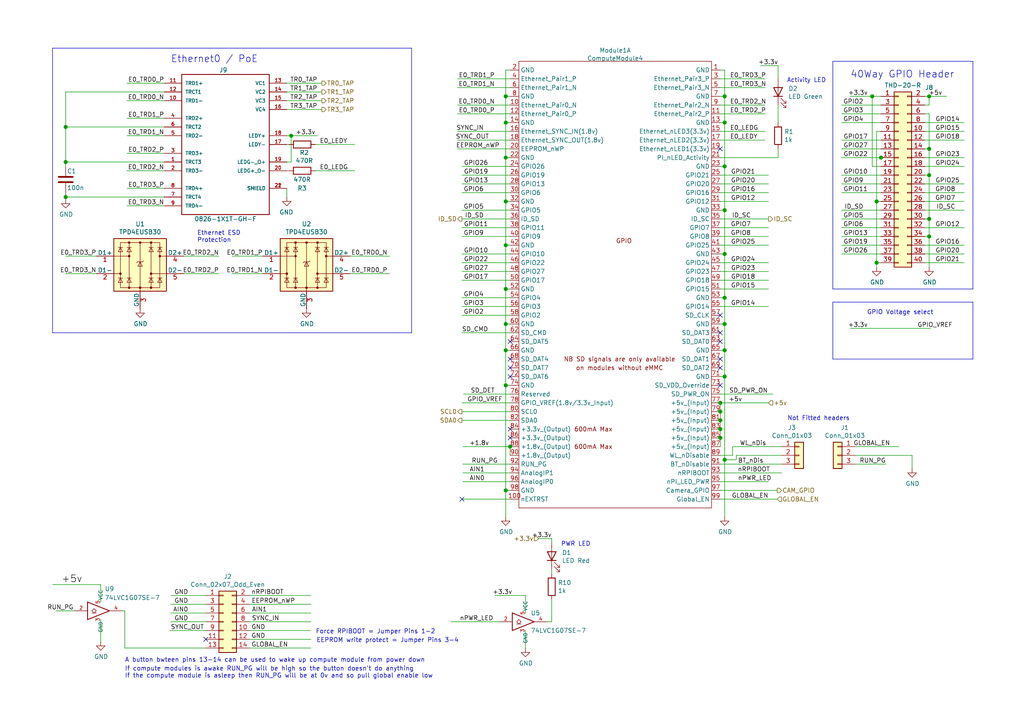
<source format=kicad_sch>
(kicad_sch (version 20201015) (generator eeschema)
  (page 1 8)
  (paper "A4")
  (title_block (title "AP3000v3") (date "2020-10-27") (rev "1") (company "(c) ISis ImageStream Internet Solutions 2020") (comment 1 "www.imagestream.com"))
  (junction (at 19.05 36.83) (diameter 1.016))
  (junction (at 19.05 46.99) (diameter 1.016))
  (junction (at 19.05 57.15) (diameter 1.016))
  (junction (at 84.455 39.37) (diameter 1.016))
  (junction (at 146.685 27.94) (diameter 1.016))
  (junction (at 146.685 35.56) (diameter 1.016))
  (junction (at 146.685 45.72) (diameter 1.016))
  (junction (at 146.685 58.42) (diameter 1.016))
  (junction (at 146.685 71.12) (diameter 1.016))
  (junction (at 146.685 83.82) (diameter 1.016))
  (junction (at 146.685 93.98) (diameter 1.016))
  (junction (at 146.685 101.6) (diameter 1.016))
  (junction (at 146.685 111.76) (diameter 1.016))
  (junction (at 146.685 142.24) (diameter 1.016))
  (junction (at 147.955 129.54) (diameter 1.016))
  (junction (at 208.915 116.84) (diameter 1.016))
  (junction (at 208.915 119.38) (diameter 1.016))
  (junction (at 208.915 121.92) (diameter 1.016))
  (junction (at 208.915 124.46) (diameter 1.016))
  (junction (at 208.915 127) (diameter 1.016))
  (junction (at 210.185 27.94) (diameter 1.016))
  (junction (at 210.185 35.56) (diameter 1.016))
  (junction (at 210.185 48.26) (diameter 1.016))
  (junction (at 210.185 60.96) (diameter 1.016))
  (junction (at 210.185 73.66) (diameter 1.016))
  (junction (at 210.185 86.36) (diameter 1.016))
  (junction (at 210.185 93.98) (diameter 1.016))
  (junction (at 210.185 101.6) (diameter 1.016))
  (junction (at 210.185 109.22) (diameter 1.016))
  (junction (at 210.185 133.35) (diameter 1.016))
  (junction (at 252.984 27.94) (diameter 1.016))
  (junction (at 254.254 58.42) (diameter 1.016))
  (junction (at 254.254 76.2) (diameter 1.016))
  (junction (at 255.524 45.72) (diameter 1.016))
  (junction (at 269.494 27.94) (diameter 1.016))
  (junction (at 269.494 43.18) (diameter 1.016))
  (junction (at 269.494 50.8) (diameter 1.016))
  (junction (at 269.494 63.5) (diameter 1.016))
  (junction (at 269.494 68.58) (diameter 1.016))
  (no_connect (at 208.915 106.68))
  (no_connect (at 147.955 124.46))
  (no_connect (at 208.915 96.52))
  (no_connect (at 208.915 104.14))
  (no_connect (at 208.915 111.76))
  (no_connect (at 59.69 185.42))
  (no_connect (at 147.955 106.68))
  (no_connect (at 133.985 144.78))
  (no_connect (at 147.955 104.14))
  (no_connect (at 147.955 99.06))
  (no_connect (at 208.915 43.18))
  (no_connect (at 208.915 91.44))
  (no_connect (at 208.915 99.06))
  (no_connect (at 147.955 109.22))
  (no_connect (at 147.955 127))
  (wire (pts (xy 15.24 169.545) (xy 29.21 169.545)))
  (wire (pts (xy 16.256 177.165) (xy 21.59 177.165)))
  (wire (pts (xy 19.05 26.67) (xy 19.05 36.83)))
  (wire (pts (xy 19.05 26.67) (xy 47.625 26.67)))
  (wire (pts (xy 19.05 36.83) (xy 19.05 46.99)))
  (wire (pts (xy 19.05 36.83) (xy 47.625 36.83)))
  (wire (pts (xy 19.05 46.99) (xy 19.05 48.26)))
  (wire (pts (xy 19.05 46.99) (xy 47.625 46.99)))
  (wire (pts (xy 19.05 55.88) (xy 19.05 57.15)))
  (wire (pts (xy 19.05 57.15) (xy 19.05 57.785)))
  (wire (pts (xy 19.05 57.15) (xy 47.625 57.15)))
  (wire (pts (xy 19.05 74.295) (xy 27.94 74.295)))
  (wire (pts (xy 19.05 79.375) (xy 27.94 79.375)))
  (wire (pts (xy 29.21 169.545) (xy 29.21 174.625)))
  (wire (pts (xy 29.21 179.705) (xy 29.21 186.055)))
  (wire (pts (xy 35.56 177.165) (xy 36.195 177.165)))
  (wire (pts (xy 36.195 177.165) (xy 36.195 187.96)))
  (wire (pts (xy 36.195 187.96) (xy 59.69 187.96)))
  (wire (pts (xy 36.83 24.13) (xy 47.625 24.13)))
  (wire (pts (xy 36.83 29.21) (xy 47.625 29.21)))
  (wire (pts (xy 36.83 34.29) (xy 47.625 34.29)))
  (wire (pts (xy 36.83 39.37) (xy 47.625 39.37)))
  (wire (pts (xy 36.83 44.45) (xy 47.625 44.45)))
  (wire (pts (xy 36.83 49.53) (xy 47.625 49.53)))
  (wire (pts (xy 36.83 54.61) (xy 47.625 54.61)))
  (wire (pts (xy 36.83 59.69) (xy 47.625 59.69)))
  (wire (pts (xy 49.276 182.88) (xy 59.69 182.88)))
  (wire (pts (xy 49.53 172.72) (xy 59.69 172.72)))
  (wire (pts (xy 49.53 175.26) (xy 59.69 175.26)))
  (wire (pts (xy 49.53 177.8) (xy 59.69 177.8)))
  (wire (pts (xy 49.53 180.34) (xy 59.69 180.34)))
  (wire (pts (xy 53.34 74.295) (xy 63.5 74.295)))
  (wire (pts (xy 53.34 79.375) (xy 63.5 79.375)))
  (wire (pts (xy 67.31 74.295) (xy 76.2 74.295)))
  (wire (pts (xy 72.39 172.72) (xy 90.17 172.72)))
  (wire (pts (xy 72.39 175.26) (xy 90.17 175.26)))
  (wire (pts (xy 72.39 177.8) (xy 90.17 177.8)))
  (wire (pts (xy 72.39 180.34) (xy 90.17 180.34)))
  (wire (pts (xy 72.39 182.88) (xy 90.17 182.88)))
  (wire (pts (xy 72.39 185.42) (xy 90.17 185.42)))
  (wire (pts (xy 72.39 187.96) (xy 90.17 187.96)))
  (wire (pts (xy 76.2 79.375) (xy 67.31 79.375)))
  (wire (pts (xy 83.185 24.13) (xy 93.345 24.13)))
  (wire (pts (xy 83.185 26.67) (xy 93.345 26.67)))
  (wire (pts (xy 83.185 29.21) (xy 93.345 29.21)))
  (wire (pts (xy 83.185 31.75) (xy 93.345 31.75)))
  (wire (pts (xy 83.185 46.99) (xy 84.455 46.99)))
  (wire (pts (xy 83.185 54.61) (xy 83.185 57.15)))
  (wire (pts (xy 83.82 41.91) (xy 83.185 41.91)))
  (wire (pts (xy 83.82 49.53) (xy 83.185 49.53)))
  (wire (pts (xy 84.455 39.37) (xy 83.185 39.37)))
  (wire (pts (xy 84.455 46.99) (xy 84.455 39.37)))
  (wire (pts (xy 92.075 39.37) (xy 84.455 39.37)))
  (wire (pts (xy 101.6 74.295) (xy 113.03 74.295)))
  (wire (pts (xy 101.6 79.375) (xy 113.03 79.375)))
  (wire (pts (xy 102.87 41.91) (xy 91.44 41.91)))
  (wire (pts (xy 102.87 49.53) (xy 91.44 49.53)))
  (wire (pts (xy 130.81 180.34) (xy 144.78 180.34)))
  (wire (pts (xy 132.715 22.86) (xy 147.955 22.86)))
  (wire (pts (xy 132.715 25.4) (xy 147.955 25.4)))
  (wire (pts (xy 132.715 30.48) (xy 147.955 30.48)))
  (wire (pts (xy 132.715 33.02) (xy 147.955 33.02)))
  (wire (pts (xy 132.715 38.1) (xy 147.955 38.1)))
  (wire (pts (xy 132.715 40.64) (xy 147.955 40.64)))
  (wire (pts (xy 132.715 43.18) (xy 147.955 43.18)))
  (wire (pts (xy 133.985 48.26) (xy 147.955 48.26)))
  (wire (pts (xy 133.985 50.8) (xy 147.955 50.8)))
  (wire (pts (xy 133.985 53.34) (xy 147.955 53.34)))
  (wire (pts (xy 133.985 55.88) (xy 147.955 55.88)))
  (wire (pts (xy 133.985 60.96) (xy 147.955 60.96)))
  (wire (pts (xy 133.985 63.5) (xy 147.955 63.5)))
  (wire (pts (xy 133.985 66.04) (xy 147.955 66.04)))
  (wire (pts (xy 133.985 68.58) (xy 147.955 68.58)))
  (wire (pts (xy 133.985 73.66) (xy 147.955 73.66)))
  (wire (pts (xy 133.985 76.2) (xy 147.955 76.2)))
  (wire (pts (xy 133.985 78.74) (xy 147.955 78.74)))
  (wire (pts (xy 133.985 81.28) (xy 147.955 81.28)))
  (wire (pts (xy 133.985 86.36) (xy 147.955 86.36)))
  (wire (pts (xy 133.985 88.9) (xy 147.955 88.9)))
  (wire (pts (xy 133.985 91.44) (xy 147.955 91.44)))
  (wire (pts (xy 133.985 96.52) (xy 147.955 96.52)))
  (wire (pts (xy 133.985 116.84) (xy 147.955 116.84)))
  (wire (pts (xy 133.985 119.38) (xy 147.955 119.38)))
  (wire (pts (xy 133.985 121.92) (xy 147.955 121.92)))
  (wire (pts (xy 133.985 144.78) (xy 147.955 144.78)))
  (wire (pts (xy 134.239 129.54) (xy 147.955 129.54)))
  (wire (pts (xy 134.239 134.62) (xy 147.955 134.62)))
  (wire (pts (xy 134.239 137.16) (xy 147.955 137.16)))
  (wire (pts (xy 134.239 139.7) (xy 147.955 139.7)))
  (wire (pts (xy 134.4422 114.3) (xy 147.955 114.3)))
  (wire (pts (xy 146.685 20.32) (xy 146.685 27.94)))
  (wire (pts (xy 146.685 27.94) (xy 146.685 35.56)))
  (wire (pts (xy 146.685 35.56) (xy 146.685 45.72)))
  (wire (pts (xy 146.685 45.72) (xy 146.685 58.42)))
  (wire (pts (xy 146.685 45.72) (xy 147.955 45.72)))
  (wire (pts (xy 146.685 58.42) (xy 146.685 71.12)))
  (wire (pts (xy 146.685 58.42) (xy 147.955 58.42)))
  (wire (pts (xy 146.685 71.12) (xy 146.685 83.82)))
  (wire (pts (xy 146.685 71.12) (xy 147.955 71.12)))
  (wire (pts (xy 146.685 83.82) (xy 146.685 93.98)))
  (wire (pts (xy 146.685 83.82) (xy 147.955 83.82)))
  (wire (pts (xy 146.685 93.98) (xy 146.685 101.6)))
  (wire (pts (xy 146.685 93.98) (xy 147.955 93.98)))
  (wire (pts (xy 146.685 101.6) (xy 146.685 111.76)))
  (wire (pts (xy 146.685 101.6) (xy 147.955 101.6)))
  (wire (pts (xy 146.685 111.76) (xy 146.685 142.24)))
  (wire (pts (xy 146.685 111.76) (xy 147.955 111.76)))
  (wire (pts (xy 146.685 142.24) (xy 146.685 149.86)))
  (wire (pts (xy 147.955 20.32) (xy 146.685 20.32)))
  (wire (pts (xy 147.955 27.94) (xy 146.685 27.94)))
  (wire (pts (xy 147.955 35.56) (xy 146.685 35.56)))
  (wire (pts (xy 147.955 129.54) (xy 148.209 129.54)))
  (wire (pts (xy 147.955 132.08) (xy 147.955 129.54)))
  (wire (pts (xy 147.955 142.24) (xy 146.685 142.24)))
  (wire (pts (xy 152.4 172.72) (xy 143.51 172.72)))
  (wire (pts (xy 152.4 177.8) (xy 152.4 172.72)))
  (wire (pts (xy 152.4 182.88) (xy 152.4 187.96)))
  (wire (pts (xy 160.02 156.21) (xy 156.21 156.21)))
  (wire (pts (xy 160.02 157.48) (xy 160.02 156.21)))
  (wire (pts (xy 160.02 165.1) (xy 160.02 166.37)))
  (wire (pts (xy 160.02 173.99) (xy 160.02 180.34)))
  (wire (pts (xy 160.02 180.34) (xy 158.75 180.34)))
  (wire (pts (xy 208.915 20.32) (xy 210.185 20.32)))
  (wire (pts (xy 208.915 22.86) (xy 221.869 22.86)))
  (wire (pts (xy 208.915 25.4) (xy 221.869 25.4)))
  (wire (pts (xy 208.915 27.94) (xy 210.185 27.94)))
  (wire (pts (xy 208.915 30.48) (xy 221.869 30.48)))
  (wire (pts (xy 208.915 33.02) (xy 221.869 33.02)))
  (wire (pts (xy 208.915 35.56) (xy 210.185 35.56)))
  (wire (pts (xy 208.915 38.1) (xy 221.869 38.1)))
  (wire (pts (xy 208.915 40.64) (xy 221.869 40.64)))
  (wire (pts (xy 208.915 45.72) (xy 225.679 45.72)))
  (wire (pts (xy 208.915 48.26) (xy 210.185 48.26)))
  (wire (pts (xy 208.915 50.8) (xy 222.885 50.8)))
  (wire (pts (xy 208.915 53.34) (xy 222.885 53.34)))
  (wire (pts (xy 208.915 55.88) (xy 222.885 55.88)))
  (wire (pts (xy 208.915 58.42) (xy 222.885 58.42)))
  (wire (pts (xy 208.915 60.96) (xy 210.185 60.96)))
  (wire (pts (xy 208.915 63.5) (xy 222.885 63.5)))
  (wire (pts (xy 208.915 66.04) (xy 222.885 66.04)))
  (wire (pts (xy 208.915 68.58) (xy 222.885 68.58)))
  (wire (pts (xy 208.915 71.12) (xy 222.885 71.12)))
  (wire (pts (xy 208.915 73.66) (xy 210.185 73.66)))
  (wire (pts (xy 208.915 76.2) (xy 222.885 76.2)))
  (wire (pts (xy 208.915 78.74) (xy 222.885 78.74)))
  (wire (pts (xy 208.915 81.28) (xy 222.885 81.28)))
  (wire (pts (xy 208.915 83.82) (xy 222.885 83.82)))
  (wire (pts (xy 208.915 86.36) (xy 210.185 86.36)))
  (wire (pts (xy 208.915 88.9) (xy 222.885 88.9)))
  (wire (pts (xy 208.915 93.98) (xy 210.185 93.98)))
  (wire (pts (xy 208.915 101.6) (xy 210.185 101.6)))
  (wire (pts (xy 208.915 109.22) (xy 210.185 109.22)))
  (wire (pts (xy 208.915 114.3) (xy 224.155 114.3)))
  (wire (pts (xy 208.915 116.84) (xy 208.915 119.38)))
  (wire (pts (xy 208.915 116.84) (xy 222.885 116.84)))
  (wire (pts (xy 208.915 119.38) (xy 208.915 121.92)))
  (wire (pts (xy 208.915 121.92) (xy 208.915 124.46)))
  (wire (pts (xy 208.915 124.46) (xy 208.915 127)))
  (wire (pts (xy 208.915 127) (xy 208.915 129.54)))
  (wire (pts (xy 208.915 132.08) (xy 212.471 132.08)))
  (wire (pts (xy 208.915 134.62) (xy 226.695 134.62)))
  (wire (pts (xy 208.915 137.16) (xy 226.695 137.16)))
  (wire (pts (xy 208.915 139.7) (xy 222.885 139.7)))
  (wire (pts (xy 208.915 142.24) (xy 225.425 142.24)))
  (wire (pts (xy 208.915 144.78) (xy 225.425 144.78)))
  (wire (pts (xy 210.185 20.32) (xy 210.185 27.94)))
  (wire (pts (xy 210.185 27.94) (xy 210.185 35.56)))
  (wire (pts (xy 210.185 35.56) (xy 210.185 48.26)))
  (wire (pts (xy 210.185 48.26) (xy 210.185 60.96)))
  (wire (pts (xy 210.185 60.96) (xy 210.185 73.66)))
  (wire (pts (xy 210.185 73.66) (xy 210.185 86.36)))
  (wire (pts (xy 210.185 86.36) (xy 210.185 93.98)))
  (wire (pts (xy 210.185 93.98) (xy 210.185 101.6)))
  (wire (pts (xy 210.185 101.6) (xy 210.185 109.22)))
  (wire (pts (xy 210.185 109.22) (xy 210.185 133.35)))
  (wire (pts (xy 210.185 133.35) (xy 210.185 149.86)))
  (wire (pts (xy 210.185 133.35) (xy 213.5632 133.35)))
  (wire (pts (xy 212.471 129.54) (xy 226.695 129.54)))
  (wire (pts (xy 212.471 132.08) (xy 212.471 129.54)))
  (wire (pts (xy 213.5632 132.08) (xy 226.695 132.08)))
  (wire (pts (xy 213.5632 133.35) (xy 213.5632 132.08)))
  (wire (pts (xy 220.599 19.05) (xy 225.679 19.05)))
  (wire (pts (xy 225.679 22.86) (xy 225.679 19.05)))
  (wire (pts (xy 225.679 30.48) (xy 225.679 35.56)))
  (wire (pts (xy 225.679 45.72) (xy 225.679 43.18)))
  (wire (pts (xy 244.094 30.48) (xy 255.524 30.48)))
  (wire (pts (xy 244.094 33.02) (xy 255.524 33.02)))
  (wire (pts (xy 244.094 35.56) (xy 255.524 35.56)))
  (wire (pts (xy 244.094 40.64) (xy 255.524 40.64)))
  (wire (pts (xy 244.094 43.18) (xy 255.524 43.18)))
  (wire (pts (xy 244.094 45.72) (xy 255.524 45.72)))
  (wire (pts (xy 244.094 50.8) (xy 255.524 50.8)))
  (wire (pts (xy 244.094 53.34) (xy 255.524 53.34)))
  (wire (pts (xy 244.094 55.88) (xy 255.524 55.88)))
  (wire (pts (xy 244.094 60.96) (xy 255.524 60.96)))
  (wire (pts (xy 244.094 63.5) (xy 255.524 63.5)))
  (wire (pts (xy 244.094 66.04) (xy 255.524 66.04)))
  (wire (pts (xy 244.094 68.58) (xy 255.524 68.58)))
  (wire (pts (xy 244.094 71.12) (xy 255.524 71.12)))
  (wire (pts (xy 244.094 73.66) (xy 255.524 73.66)))
  (wire (pts (xy 246.634 27.94) (xy 252.984 27.94)))
  (wire (pts (xy 246.634 95.25) (xy 269.875 95.25)))
  (wire (pts (xy 248.031 129.54) (xy 260.731 129.54)))
  (wire (pts (xy 248.031 132.08) (xy 264.541 132.08)))
  (wire (pts (xy 248.031 134.62) (xy 256.921 134.62)))
  (wire (pts (xy 252.984 27.94) (xy 252.984 48.26)))
  (wire (pts (xy 252.984 48.26) (xy 255.524 48.26)))
  (wire (pts (xy 254.254 38.1) (xy 254.254 58.42)))
  (wire (pts (xy 254.254 58.42) (xy 254.254 76.2)))
  (wire (pts (xy 254.254 58.42) (xy 255.524 58.42)))
  (wire (pts (xy 254.254 76.2) (xy 254.254 77.47)))
  (wire (pts (xy 254.254 76.2) (xy 255.524 76.2)))
  (wire (pts (xy 255.524 27.94) (xy 252.984 27.94)))
  (wire (pts (xy 255.524 38.1) (xy 254.254 38.1)))
  (wire (pts (xy 258.064 45.72) (xy 255.524 45.72)))
  (wire (pts (xy 264.541 132.08) (xy 264.541 135.89)))
  (wire (pts (xy 268.224 27.94) (xy 269.494 27.94)))
  (wire (pts (xy 268.224 30.48) (xy 269.494 30.48)))
  (wire (pts (xy 268.224 33.02) (xy 269.494 33.02)))
  (wire (pts (xy 268.224 35.56) (xy 279.654 35.56)))
  (wire (pts (xy 268.224 38.1) (xy 279.654 38.1)))
  (wire (pts (xy 268.224 40.64) (xy 279.654 40.64)))
  (wire (pts (xy 268.224 45.72) (xy 279.654 45.72)))
  (wire (pts (xy 268.224 48.26) (xy 279.654 48.26)))
  (wire (pts (xy 268.224 53.34) (xy 279.654 53.34)))
  (wire (pts (xy 268.224 55.88) (xy 279.654 55.88)))
  (wire (pts (xy 268.224 58.42) (xy 279.654 58.42)))
  (wire (pts (xy 268.224 60.96) (xy 279.654 60.96)))
  (wire (pts (xy 268.224 63.5) (xy 269.494 63.5)))
  (wire (pts (xy 268.224 66.04) (xy 279.654 66.04)))
  (wire (pts (xy 268.224 68.58) (xy 269.494 68.58)))
  (wire (pts (xy 268.224 71.12) (xy 279.654 71.12)))
  (wire (pts (xy 268.224 73.66) (xy 279.654 73.66)))
  (wire (pts (xy 268.224 76.2) (xy 279.654 76.2)))
  (wire (pts (xy 269.494 27.94) (xy 274.574 27.94)))
  (wire (pts (xy 269.494 30.48) (xy 269.494 27.94)))
  (wire (pts (xy 269.494 33.02) (xy 269.494 43.18)))
  (wire (pts (xy 269.494 43.18) (xy 268.224 43.18)))
  (wire (pts (xy 269.494 43.18) (xy 269.494 50.8)))
  (wire (pts (xy 269.494 50.8) (xy 268.224 50.8)))
  (wire (pts (xy 269.494 63.5) (xy 269.494 50.8)))
  (wire (pts (xy 269.494 68.58) (xy 269.494 63.5)))
  (wire (pts (xy 269.494 68.58) (xy 269.494 77.47)))
  (polyline (pts (xy 15.24 13.97) (xy 119.38 13.97)) (stroke (width 0) (type solid)))
  (polyline (pts (xy 15.24 96.52) (xy 15.24 13.97)) (stroke (width 0) (type solid)))
  (polyline (pts (xy 119.38 13.97) (xy 119.38 96.52)) (stroke (width 0) (type solid)))
  (polyline (pts (xy 119.38 96.52) (xy 15.24 96.52)) (stroke (width 0) (type solid)))
  (polyline (pts (xy 241.554 17.78) (xy 241.554 83.82)) (stroke (width 0) (type solid)))
  (polyline (pts (xy 241.554 83.82) (xy 282.194 83.82)) (stroke (width 0) (type solid)))
  (polyline (pts (xy 241.554 104.14) (xy 241.554 87.63)) (stroke (width 0) (type solid)))
  (polyline (pts (xy 241.554 104.14) (xy 242.824 104.14)) (stroke (width 0) (type solid)))
  (polyline (pts (xy 242.824 87.63) (xy 241.554 87.63)) (stroke (width 0) (type solid)))
  (polyline (pts (xy 242.824 87.63) (xy 282.194 87.63)) (stroke (width 0) (type solid)))
  (polyline (pts (xy 282.194 17.78) (xy 241.554 17.78)) (stroke (width 0) (type solid)))
  (polyline (pts (xy 282.194 17.78) (xy 282.194 83.82)) (stroke (width 0) (type solid)))
  (polyline (pts (xy 282.194 87.63) (xy 282.194 104.14)) (stroke (width 0) (type solid)))
  (polyline (pts (xy 282.194 104.14) (xy 242.824 104.14)) (stroke (width 0) (type solid)))
  (text "A button bwteen pins 13-14 can be used to wake up compute module from power down	\n\n" (at 36.195 194.31 0) (effects (font (size 1.27 1.27)) (justify left bottom)))
  (text "If compute modules is awake RUN_PG will be high so the button doesn't do anything\nIf the compute module is asleep then RUN_PG will be at 0v and so pull global enable low" (at 36.195 196.85 0) (effects (font (size 1.27 1.27)) (justify left bottom)))
  (text "Ethernet0 / PoE" (at 49.53 18.415 0) (effects (font (size 2.0066 2.0066)) (justify left bottom)))
  (text "Ethernet ESD\nProtection" (at 57.15 70.485 0) (effects (font (size 1.27 1.27)) (justify left bottom)))
  (text "Force RPIBOOT = Jumper Pins 1-2 \n" (at 127.254 184.023 180) (effects (font (size 1.27 1.27)) (justify right bottom)))
  (text "EEPROM write protect = Jumper Pins 3-4\n\n" (at 133.096 188.595 180) (effects (font (size 1.27 1.27)) (justify right bottom)))
  (text "PWR LED" (at 162.687 158.623 0) (effects (font (size 1.27 1.27)) (justify left bottom)))
  (text "Activity LED" (at 228.219 24.13 0) (effects (font (size 1.27 1.27)) (justify left bottom)))
  (text "Not Fitted headers" (at 246.507 122.174 180) (effects (font (size 1.27 1.27)) (justify right bottom)))
  (text "40Way GPIO Header" (at 246.634 22.86 0) (effects (font (size 2.007 2.007)) (justify left bottom)))
  (text "GPIO Voltage select\n" (at 270.764 91.44 180) (effects (font (size 1.27 1.27)) (justify right bottom)))
  (label "+5v" (at 17.78 169.545 0) (effects (font (size 2.0066 2.0066))))
  (label "RUN_PG" (at 21.336 177.165 180))
  (label "E0_TRD3_P" (at 27.94 74.295 180))
  (label "E0_TRD3_N" (at 27.94 79.375 180))
  (label "E0_TRD0_P" (at 47.625 24.13 180))
  (label "E0_TRD0_N" (at 47.625 29.21 180))
  (label "E0_TRD1_P" (at 47.625 34.29 180))
  (label "E0_TRD1_N" (at 47.625 39.37 180))
  (label "E0_TRD2_P" (at 47.625 44.45 180))
  (label "E0_TRD2_N" (at 47.625 49.53 180))
  (label "E0_TRD3_P" (at 47.625 54.61 180))
  (label "E0_TRD3_N" (at 47.625 59.69 180))
  (label "GND" (at 54.61 172.72 180))
  (label "GND" (at 54.61 175.26 180))
  (label "AIN0" (at 54.61 177.8 180))
  (label "GND" (at 54.61 180.34 180))
  (label "SYNC_OUT" (at 59.182 182.88 180))
  (label "E0_TRD2_N" (at 63.5 74.295 180))
  (label "E0_TRD2_P" (at 63.5 79.375 180))
  (label "E0_TRD1_P" (at 76.2 74.295 180))
  (label "E0_TRD1_N" (at 76.2 79.375 180))
  (label "GND" (at 76.962 182.88 180))
  (label "GND" (at 76.962 185.42 180))
  (label "AIN1" (at 77.47 177.8 180))
  (label "SYNC_IN" (at 81.026 180.34 180))
  (label "nRPIBOOT" (at 82.296 172.72 180))
  (label "GLOBAL_EN" (at 83.566 187.96 180))
  (label "EEPROM_nWP" (at 85.598 175.26 180))
  (label "+3.3v" (at 85.725 39.37 0))
  (label "TR0_TAP" (at 92.075 24.13 180))
  (label "TR1_TAP" (at 92.075 26.67 180))
  (label "TR2_TAP" (at 92.075 29.21 180))
  (label "TR3_TAP" (at 92.075 31.75 180))
  (label "E0_LEDY" (at 92.71 41.91 0))
  (label "E0_LEDG" (at 92.71 49.53 0))
  (label "E0_TRD0_N" (at 112.395 74.295 180))
  (label "E0_TRD0_P" (at 112.395 79.375 180))
  (label "nPWR_LED" (at 133.35 180.34 0))
  (label "GPIO_VREF" (at 135.509 116.84 0))
  (label "SYNC_IN" (at 140.335 38.1 180))
  (label "GPIO6" (at 140.335 55.88 180))
  (label "GPIO5" (at 140.335 60.96 180))
  (label "ID_SD" (at 140.335 63.5 180))
  (label "GPIO9" (at 140.335 68.58 180))
  (label "GPIO4" (at 140.335 86.36 180))
  (label "GPIO3" (at 140.335 88.9 180))
  (label "GPIO2" (at 140.335 91.44 180))
  (label "AIN1" (at 140.589 137.16 180))
  (label "AIN0" (at 140.589 139.7 180))
  (label "GPIO26" (at 141.605 48.26 180))
  (label "GPIO19" (at 141.605 50.8 180))
  (label "GPIO13" (at 141.605 53.34 180))
  (label "GPIO11" (at 141.605 66.04 180))
  (label "GPIO10" (at 141.605 73.66 180))
  (label "GPIO22" (at 141.605 76.2 180))
  (label "GPIO27" (at 141.605 78.74 180))
  (label "GPIO17" (at 141.605 81.28 180))
  (label "SD_CMD" (at 141.605 96.52 180))
  (label "SYNC_OUT" (at 141.859 40.64 180))
  (label "+1.8v" (at 141.859 129.54 180))
  (label "E0_TRD1_P" (at 143.51 22.86 180))
  (label "E0_TRD1_N" (at 143.51 25.4 180))
  (label "E0_TRD0_N" (at 143.51 30.48 180))
  (label "E0_TRD0_P" (at 143.51 33.02 180))
  (label "SD_DET" (at 143.51 114.3 180))
  (label "RUN_PG" (at 144.399 134.62 180))
  (label "EEPROM_nWP" (at 144.907 43.18 180))
  (label "+3.3v" (at 148.59 172.72 180))
  (label "+3.3v" (at 160.02 156.21 180))
  (label "SD_PWR_ON" (at 211.455 114.3 0))
  (label "E0_TRD3_P" (at 211.709 22.86 0))
  (label "E0_TRD3_N" (at 211.709 25.4 0))
  (label "E0_TRD2_N" (at 211.709 30.48 0))
  (label "E0_TRD2_P" (at 211.709 33.02 0))
  (label "E0_LEDG" (at 211.709 38.1 0))
  (label "E0_LEDY" (at 211.709 40.64 0))
  (label "nPWR_LED" (at 213.995 139.7 0))
  (label "+5v" (at 215.265 116.84 180))
  (label "ID_SC" (at 217.805 63.5 180))
  (label "GPIO7" (at 217.805 66.04 180))
  (label "GPIO8" (at 217.805 68.58 180))
  (label "GPIO21" (at 219.075 50.8 180))
  (label "GPIO20" (at 219.075 53.34 180))
  (label "GPIO16" (at 219.075 55.88 180))
  (label "GPIO12" (at 219.075 58.42 180))
  (label "GPIO25" (at 219.075 71.12 180))
  (label "GPIO24" (at 219.075 76.2 180))
  (label "GPIO23" (at 219.075 78.74 180))
  (label "GPIO18" (at 219.075 81.28 180))
  (label "GPIO15" (at 219.075 83.82 180))
  (label "GPIO14" (at 219.075 88.9 180))
  (label "BT_nDis" (at 221.4626 134.62 180))
  (label "WL_nDis" (at 222.25 129.54 180))
  (label "GLOBAL_EN" (at 222.885 144.78 180))
  (label "nRPIBOOT" (at 223.3422 137.16 180))
  (label "+3.3v" (at 225.679 19.05 180))
  (label "GPIO2" (at 250.444 30.48 180))
  (label "GPIO3" (at 250.444 33.02 180))
  (label "GPIO4" (at 250.444 35.56 180))
  (label "GPIO9" (at 250.444 53.34 180))
  (label "ID_SD" (at 250.444 60.96 180))
  (label "GPIO5" (at 250.444 63.5 180))
  (label "GPIO6" (at 250.444 66.04 180))
  (label "+3.3v" (at 251.714 27.94 180))
  (label "GPIO17" (at 251.714 40.64 180))
  (label "GPIO27" (at 251.714 43.18 180))
  (label "GPIO22" (at 251.714 45.72 180))
  (label "GPIO10" (at 251.714 50.8 180))
  (label "GPIO11" (at 251.714 55.88 180))
  (label "GPIO13" (at 251.714 68.58 180))
  (label "GPIO19" (at 251.714 71.12 180))
  (label "GPIO26" (at 251.714 73.66 180))
  (label "+3.3v" (at 251.714 95.25 180))
  (label "RUN_PG" (at 256.921 134.62 180))
  (label "GLOBAL_EN" (at 258.191 129.54 180))
  (label "GPIO_VREF" (at 266.065 95.25 0))
  (label "+5v" (at 273.304 27.94 180))
  (label "GPIO8" (at 277.114 55.88 180))
  (label "GPIO7" (at 277.114 58.42 180))
  (label "ID_SC" (at 277.114 60.96 180))
  (label "GPIO14" (at 278.384 35.56 180))
  (label "GPIO15" (at 278.384 38.1 180))
  (label "GPIO18" (at 278.384 40.64 180))
  (label "GPIO23" (at 278.384 45.72 180))
  (label "GPIO24" (at 278.384 48.26 180))
  (label "GPIO25" (at 278.384 53.34 180))
  (label "GPIO12" (at 278.384 66.04 180))
  (label "GPIO16" (at 278.384 71.12 180))
  (label "GPIO20" (at 278.384 73.66 180))
  (label "GPIO21" (at 278.384 76.2 180))
  (hierarchical_label "TR0_TAP" (shape output) (at 93.345 24.13 0))
  (hierarchical_label "TR1_TAP" (shape output) (at 93.345 26.67 0))
  (hierarchical_label "TR2_TAP" (shape output) (at 93.345 29.21 0))
  (hierarchical_label "TR3_TAP" (shape output) (at 93.345 31.75 0))
  (hierarchical_label "ID_SD" (shape output) (at 133.985 63.5 180))
  (hierarchical_label "SCL0" (shape output) (at 133.985 119.38 180))
  (hierarchical_label "SDA0" (shape output) (at 133.985 121.92 180))
  (hierarchical_label "+3.3v" (shape input) (at 156.21 156.21 180))
  (hierarchical_label "ID_SC" (shape output) (at 222.885 63.5 0))
  (hierarchical_label "+5v" (shape input) (at 222.885 116.84 0))
  (hierarchical_label "CAM_GPIO" (shape output) (at 225.425 142.24 0))
  (hierarchical_label "GLOBAL_EN" (shape input) (at 225.425 144.78 0))
  (symbol (lib_id "power:GND") (at 19.05 57.785 0) (unit 1)
    (property "Reference" "#PWR0107" (effects hide))
    (property "Value" "GND" (at 19.177 62.1792 0))
  )
  (symbol (lib_id "power:GND") (at 29.21 186.055 0) (unit 1)
    (property "Reference" "#PWR027" (effects hide))
    (property "Value" "GND" (at 29.337 190.4492 0))
  )
  (symbol (lib_id "power:GND") (at 40.64 89.535 0) (unit 1)
    (property "Reference" "#PWR0109" (effects hide))
    (property "Value" "GND" (at 40.767 93.9292 0))
  )
  (symbol (lib_id "power:GND") (at 83.185 57.15 0) (mirror y) (unit 1)
    (property "Reference" "#PWR0108" (effects hide))
    (property "Value" "GND" (at 83.058 61.5442 0))
  )
  (symbol (lib_id "power:GND") (at 88.9 89.535 0) (unit 1)
    (property "Reference" "#PWR0110" (effects hide))
    (property "Value" "GND" (at 89.027 93.9292 0))
  )
  (symbol (lib_id "power:GND") (at 146.685 149.86 0) (unit 1)
    (property "Reference" "#PWR0104" (effects hide))
    (property "Value" "GND" (at 146.812 154.2542 0))
  )
  (symbol (lib_id "power:GND") (at 152.4 187.96 0) (unit 1)
    (property "Reference" "#PWR05" (effects hide))
    (property "Value" "GND" (at 152.527 192.3542 0))
  )
  (symbol (lib_id "power:GND") (at 210.185 149.86 0) (unit 1)
    (property "Reference" "#PWR0105" (effects hide))
    (property "Value" "GND" (at 210.312 154.2542 0))
  )
  (symbol (lib_id "power:GND") (at 254.254 77.47 0) (unit 1)
    (property "Reference" "#PWR0103" (effects hide))
    (property "Value" "GND" (at 254.381 81.8642 0))
  )
  (symbol (lib_id "power:GND") (at 264.541 135.89 0) (unit 1)
    (property "Reference" "#PWR0106" (effects hide))
    (property "Value" "GND" (at 264.668 140.2842 0))
  )
  (symbol (lib_id "power:GND") (at 269.494 77.47 0) (unit 1)
    (property "Reference" "#PWR0102" (effects hide))
    (property "Value" "GND" (at 269.621 81.8642 0))
  )
  (symbol (lib_id "Device:R") (at 87.63 41.91 90) (mirror x) (unit 1)
    (property "Reference" "R2" (at 88.265 44.2722 90))
    (property "Value" "470R" (at 88.265 46.5836 90))
    (property "Footprint" "Resistor_SMD:R_0402_1005Metric" (effects hide))
    (property "Datasheet" "https://fscdn.rohm.com/en/products/databook/datasheet/passive/resistor/chip_resistor/mcr-e.pdf" (effects hide))
    (property "Field4" "Farnell" (effects hide))
    (property "Field5" "9239197" (effects hide))
    (property "Field7" "KOA EUROPE GMBH" (effects hide))
    (property "Field6" "RK73G1ETQTP4700D         " (effects hide))
    (property "Field8" "120887981" (effects hide))
    (property "Part Description" "Resistor 470R M1005 1% 63mW" (effects hide))
  )
  (symbol (lib_id "Device:R") (at 87.63 49.53 90) (mirror x) (unit 1)
    (property "Reference" "R3" (at 87.63 54.61 90))
    (property "Value" "470R" (at 87.63 52.07 90))
    (property "Footprint" "Resistor_SMD:R_0402_1005Metric" (effects hide))
    (property "Datasheet" "https://fscdn.rohm.com/en/products/databook/datasheet/passive/resistor/chip_resistor/mcr-e.pdf" (effects hide))
    (property "Field4" "Farnell" (effects hide))
    (property "Field5" "9239197" (effects hide))
    (property "Field7" "KOA EUROPE GMBH" (effects hide))
    (property "Field6" "RK73G1ETQTP4700D         " (effects hide))
    (property "Field8" "120887981" (effects hide))
    (property "Part Description" "Resistor 470R M1005 1% 63mW" (effects hide))
  )
  (symbol (lib_id "Device:R") (at 160.02 170.18 0) (unit 1)
    (property "Reference" "R10" (at 161.798 169.0116 0) (effects (justify left)))
    (property "Value" "1k" (at 161.798 171.323 0) (effects (justify left)))
    (property "Footprint" "Resistor_SMD:R_0402_1005Metric" (effects hide))
    (property "Datasheet" "https://fscdn.rohm.com/en/products/databook/datasheet/passive/resistor/chip_resistor/mcr-e.pdf" (effects hide))
    (property "Field4" "Farnell" (effects hide))
    (property "Field5" "9239235" (effects hide))
    (property "Field7" "KOA EUROPE GMBH" (effects hide))
    (property "Field6" "RK73H1ETTP1001F" (effects hide))
    (property "Part Description" "Resistor 1K M1005 1% 63mW" (effects hide))
    (property "Field8" "125049511" (effects hide))
  )
  (symbol (lib_id "Device:R") (at 225.679 39.37 0) (unit 1)
    (property "Reference" "R1" (at 227.457 38.2016 0) (effects (justify left)))
    (property "Value" "1k" (at 227.457 40.513 0) (effects (justify left)))
    (property "Footprint" "Resistor_SMD:R_0402_1005Metric" (effects hide))
    (property "Datasheet" "https://fscdn.rohm.com/en/products/databook/datasheet/passive/resistor/chip_resistor/mcr-e.pdf" (effects hide))
    (property "Field4" "Farnell" (effects hide))
    (property "Field5" "9239235" (effects hide))
    (property "Field7" "KOA EUROPE GMBH" (effects hide))
    (property "Field6" "RK73H1ETTP1001F" (effects hide))
    (property "Part Description" "Resistor 1K M1005 1% 63mW" (effects hide))
    (property "Field8" "125049511" (effects hide))
  )
  (symbol (lib_id "Device:LED") (at 160.02 161.29 90) (unit 1)
    (property "Reference" "D1" (at 162.9918 160.2994 90) (effects (justify right)))
    (property "Value" "LED Red" (at 162.9918 162.6108 90) (effects (justify right)))
    (property "Footprint" "LED_SMD:LED_0603_1608Metric" (effects hide))
    (property "Datasheet" "http://optoelectronics.liteon.com/upload/download/DS22-2000-210/LTST-S270KRKT.pdf" (effects hide))
    (property "Field4" "Digikey " (effects hide))
    (property "Field5" "	LTST-S270KRKT" (effects hide))
    (property "Field6" "SML-A12U8TT86Q" (effects hide))
    (property "Field7" "Rohm" (effects hide))
    (property "Field8" "650295101" (effects hide))
    (property "Part Description" "	Red 620nm LED Indication - Discrete 2.2V 2-SMD, No Lead" (effects hide))
  )
  (symbol (lib_id "Device:LED") (at 225.679 26.67 90) (unit 1)
    (property "Reference" "D2" (at 228.6508 25.6794 90) (effects (justify right)))
    (property "Value" "LED Green" (at 228.6508 27.9908 90) (effects (justify right)))
    (property "Footprint" "LED_SMD:LED_0603_1608Metric" (effects hide))
    (property "Datasheet" "http://optoelectronics.liteon.com/upload/download/DS22-2000-226/LTST-S270KGKT.pdf" (effects hide))
    (property "Field4" "Digikey " (effects hide))
    (property "Field5" "LTST-S270KGKT" (effects hide))
    (property "Field6" "SML-A12M8TT86N" (effects hide))
    (property "Field7" "Rohm" (effects hide))
    (property "Field8" "650263301" (effects hide))
    (property "Part Description" "	Green 572nm LED Indication - Discrete 2.2V 2-SMD, No Lead" (effects hide))
  )
  (symbol (lib_id "Device:C") (at 19.05 52.07 0) (unit 1)
    (property "Reference" "C1" (at 19.431 49.6316 0) (effects (justify left)))
    (property "Value" "100n" (at 19.431 54.483 0) (effects (justify left)))
    (property "Footprint" "Capacitor_SMD:C_0402_1005Metric" (effects hide))
    (property "Datasheet" "https://search.murata.co.jp/Ceramy/image/img/A01X/G101/ENG/GRM155R71C104KA88-01.pdf" (effects hide))
    (property "Field4" "Farnell" (effects hide))
    (property "Field5" "2611911" (effects hide))
    (property "Field6" "RM EMK105 B7104KV-F" (effects hide))
    (property "Field7" "TAIYO YUDEN EUROPE GMBH" (effects hide))
    (property "Part Description" "	0.1uF 10% 16V Ceramic Capacitor X7R 0402 (1005 Metric)" (effects hide))
    (property "Field8" "110091611" (effects hide))
  )
  (symbol (lib_id "Connector_Generic:Conn_01x03") (at 231.775 132.08 0) (unit 1)
    (property "Reference" "J3" (at 229.6922 124.0282 0))
    (property "Value" "Conn_01x03" (at 229.6922 126.3396 0))
    (property "Footprint" "Connector_PinHeader_2.54mm:PinHeader_1x03_P2.54mm_Vertical" (effects hide))
    (property "Field4" "nf" (effects hide))
    (property "Field5" "nf" (effects hide))
    (property "Field6" "nf" (effects hide))
    (property "Field7" "nf" (effects hide))
    (property "Part Description" "3pin 0.1\" connector" (effects hide))
  )
  (symbol (lib_id "Connector_Generic:Conn_01x03") (at 242.951 132.08 0) (mirror y) (unit 1)
    (property "Reference" "J1" (at 245.0338 124.0282 0))
    (property "Value" "Conn_01x03" (at 245.0338 126.3396 0))
    (property "Footprint" "Connector_PinHeader_2.54mm:PinHeader_1x03_P2.54mm_Vertical" (effects hide))
    (property "Field4" "nf" (effects hide))
    (property "Field5" "nf" (effects hide))
    (property "Field6" "nf" (effects hide))
    (property "Field7" "nf" (effects hide))
    (property "Part Description" "3pin 0.1\" connector" (effects hide))
  )
  (symbol (lib_id "AP3000:74LVC1G07_copy") (at 29.21 177.165 0) (unit 1)
    (property "Reference" "U9" (at 31.75 170.815 0))
    (property "Value" "74LVC1G07SE-7" (at 38.354 173.355 0))
    (property "Footprint" "Package_TO_SOT_SMD:SOT-353_SC-70-5" (effects hide))
    (property "Datasheet" "https://www.diodes.com/assets/Datasheets/74LVC1G07.pdf" (effects hide))
    (property "Field4" "Farnell" (effects hide))
    (property "Field5" "2425492" (effects hide))
    (property "Field6" "74LVC1G07SE-7" (effects hide))
    (property "Field7" "Diodes" (effects hide))
    (property "Part Description" "Buffer, Non-Inverting 1 Element 1 Bit per Element Open Drain Output SOT-353" (effects hide))
  )
  (symbol (lib_id "AP3000:74LVC1G07_copy") (at 152.4 180.34 0) (unit 1)
    (property "Reference" "U5" (at 153.924 177.8 0) (effects (justify left)))
    (property "Value" "74LVC1G07SE-7" (at 153.924 182.88 0) (effects (justify left)))
    (property "Footprint" "Package_TO_SOT_SMD:SOT-353_SC-70-5" (effects hide))
    (property "Datasheet" "https://www.diodes.com/assets/Datasheets/74LVC1G07.pdf" (effects hide))
    (property "Field4" "Farnell" (effects hide))
    (property "Field5" "2425492" (effects hide))
    (property "Field6" "74LVC1G07SE-7" (effects hide))
    (property "Field7" "Diodes" (effects hide))
    (property "Part Description" "Buffer, Non-Inverting 1 Element 1 Bit per Element Open Drain Output SOT-353" (effects hide))
  )
  (symbol (lib_id "Connector_Generic:Conn_02x07_Odd_Even") (at 64.77 180.34 0) (unit 1)
    (property "Reference" "J2" (at 66.04 167.2336 0))
    (property "Value" "Conn_02x07_Odd_Even" (at 66.04 169.545 0))
    (property "Footprint" "Connector_PinHeader_2.54mm:PinHeader_2x07_P2.54mm_Vertical" (effects hide))
    (property "Datasheet" "https://www.toby.co.uk/uploads/publications/1673.pdf" (effects hide))
    (property "Field4" "Toby" (effects hide))
    (property "Field5" "THD-07-R" (effects hide))
    (property "Field6" "THD-07-R" (effects hide))
    (property "Field7" "Toby" (effects hide))
    (property "Part Description" "PinHeader_2x07_P2.54mm_Vertical" (effects hide))
  )
  (symbol (lib_id "AP3000:TPD4EUSB30") (at 40.64 76.835 0) (unit 1)
    (property "Reference" "U1" (at 40.64 64.9732 0))
    (property "Value" "TPD4EUSB30" (at 40.64 67.2846 0))
    (property "Footprint" "Package_SON:USON-10_2.5x1.0mm_P0.5mm" (effects hide))
    (property "Datasheet" "http://www.ti.com/lit/ds/symlink/tpd2eusb30a.pdf" (effects hide))
    (property "Field4" "Farnell" (effects hide))
    (property "Field5" "2335455" (effects hide))
    (property "Field6" "CDDFN10-3324P-13" (effects hide))
    (property "Field7" "Bourns" (effects hide))
    (property "Field8" "UDIO00346" (effects hide))
    (property "Part Description" "Quad TVS diode for high speed signals (USB3, GigE etc.)" (effects hide))
  )
  (symbol (lib_id "AP3000:TPD4EUSB30") (at 88.9 76.835 0) (unit 1)
    (property "Reference" "U2" (at 88.9 64.9732 0))
    (property "Value" "TPD4EUSB30" (at 88.9 67.2846 0))
    (property "Footprint" "Package_SON:USON-10_2.5x1.0mm_P0.5mm" (effects hide))
    (property "Datasheet" "http://www.ti.com/lit/ds/symlink/tpd2eusb30a.pdf" (effects hide))
    (property "Field4" "Farnell" (effects hide))
    (property "Field5" "2335455" (effects hide))
    (property "Field6" "CDDFN10-3324P-13" (effects hide))
    (property "Field7" "Bourns" (effects hide))
    (property "Field8" "UDIO00346" (effects hide))
    (property "Part Description" "Quad TVS diode for high speed signals (USB3, GigE etc.)" (effects hide))
  )
  (symbol (lib_id "Connector_Generic:Conn_02x20_Odd_Even") (at 260.604 50.8 0) (unit 1)
    (property "Reference" "J8" (at 269.494 25.4 0))
    (property "Value" "THD-20-R" (at 261.874 24.7396 0))
    (property "Footprint" "Connector_PinHeader_2.54mm:PinHeader_2x20_P2.54mm_Vertical" (effects hide))
    (property "Datasheet" "https://www.toby.co.uk/uploads/publications/1673.pdf" (effects hide))
    (property "Field4" "Toby" (effects hide))
    (property "Field5" "THD-20-R" (effects hide))
    (property "Field6" "THD-20-R" (effects hide))
    (property "Field7" "Toby" (effects hide))
    (property "Field8" "UCON00511" (effects hide))
    (property "Part Description" "PinHeader_2x20_P2.54mm_Vertical" (effects hide))
  )
  (symbol (lib_id "0826-1X1T-GH-F:0826-1X1T-GH-F") (at 65.405 41.91 0) (unit 1)
    (property "Reference" "J9" (at 64.77 20.32 0))
    (property "Value" "0826-1X1T-GH-F" (at 65.405 63.5 0))
    (property "Footprint" "BEL_0826-1X1T-GH-F" (effects hide))
    (property "Datasheet" "Bel Component" (effects hide))
  )
  (symbol (lib_id "AP3000:ComputeModule4-CM4") (at 180.975 76.2 0) (unit 1)
    (property "Reference" "Module1" (at 178.435 14.605 0))
    (property "Value" "ComputeModule4" (at 178.435 16.9164 0))
    (property "Footprint" "AP3000:Raspberry-Pi-4-Compute-Module" (effects hide))
    (property "Field4" "Hirose" (effects hide))
    (property "Field5" "2off DF40C-100DS-0.4V" (effects hide))
    (property "Field6" "2off DF40C-100DS-0.4V" (effects hide))
    (property "Field7" "Hirose" (effects hide))
    (property "Part Description" "	100 Position Connector Receptacle, Center Strip Contacts Surface Mount Gold" (effects hide))
  )
)
</source>
